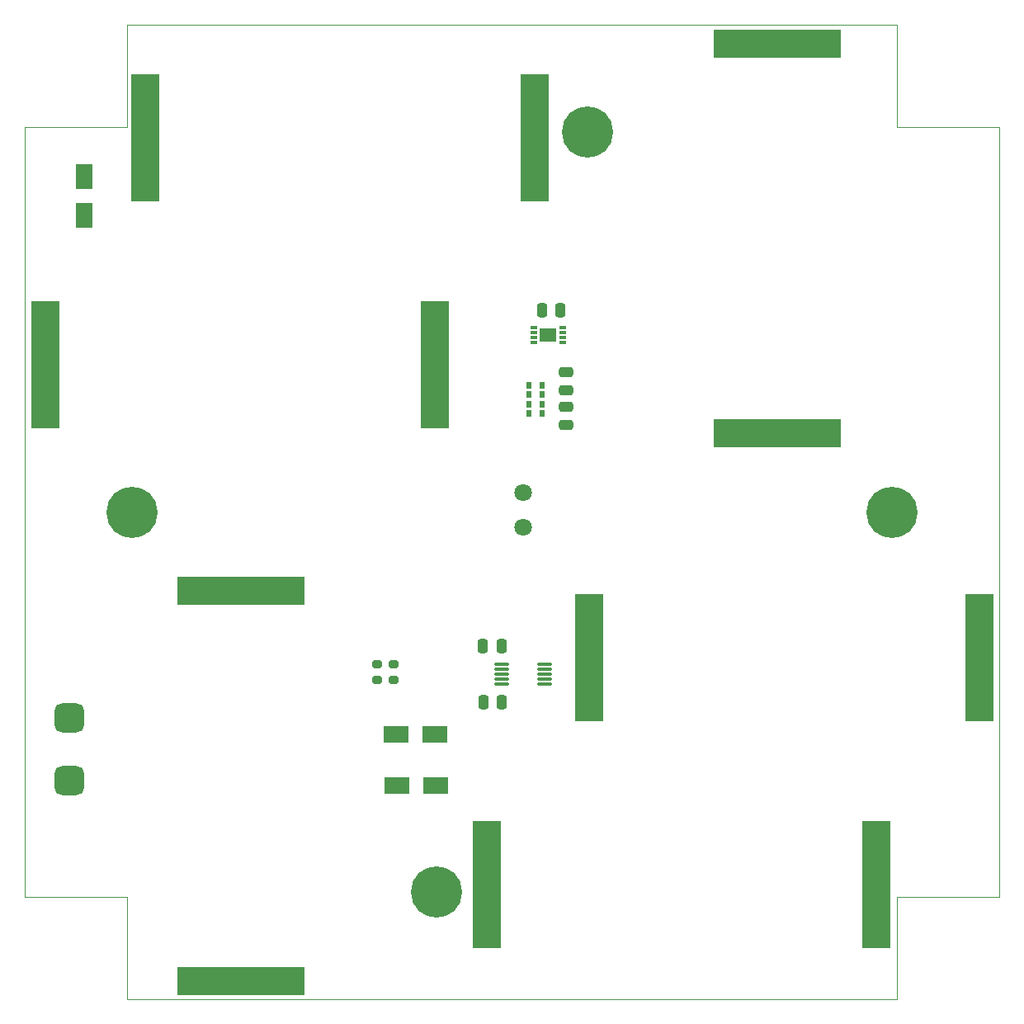
<source format=gbr>
%TF.GenerationSoftware,KiCad,Pcbnew,(6.0.9)*%
%TF.CreationDate,2023-01-30T21:02:38-08:00*%
%TF.ProjectId,solar-panel-side-Z,736f6c61-722d-4706-916e-656c2d736964,2.0*%
%TF.SameCoordinates,Original*%
%TF.FileFunction,Soldermask,Top*%
%TF.FilePolarity,Negative*%
%FSLAX46Y46*%
G04 Gerber Fmt 4.6, Leading zero omitted, Abs format (unit mm)*
G04 Created by KiCad (PCBNEW (6.0.9)) date 2023-01-30 21:02:38*
%MOMM*%
%LPD*%
G01*
G04 APERTURE LIST*
G04 Aperture macros list*
%AMRoundRect*
0 Rectangle with rounded corners*
0 $1 Rounding radius*
0 $2 $3 $4 $5 $6 $7 $8 $9 X,Y pos of 4 corners*
0 Add a 4 corners polygon primitive as box body*
4,1,4,$2,$3,$4,$5,$6,$7,$8,$9,$2,$3,0*
0 Add four circle primitives for the rounded corners*
1,1,$1+$1,$2,$3*
1,1,$1+$1,$4,$5*
1,1,$1+$1,$6,$7*
1,1,$1+$1,$8,$9*
0 Add four rect primitives between the rounded corners*
20,1,$1+$1,$2,$3,$4,$5,0*
20,1,$1+$1,$4,$5,$6,$7,0*
20,1,$1+$1,$6,$7,$8,$9,0*
20,1,$1+$1,$8,$9,$2,$3,0*%
G04 Aperture macros list end*
%TA.AperFunction,Profile*%
%ADD10C,0.050000*%
%TD*%
%ADD11C,5.250000*%
%ADD12R,2.500000X1.700000*%
%ADD13RoundRect,0.750000X-0.750000X-0.750000X0.750000X-0.750000X0.750000X0.750000X-0.750000X0.750000X0*%
%ADD14RoundRect,0.250000X0.250000X0.475000X-0.250000X0.475000X-0.250000X-0.475000X0.250000X-0.475000X0*%
%ADD15RoundRect,0.250000X0.475000X-0.250000X0.475000X0.250000X-0.475000X0.250000X-0.475000X-0.250000X0*%
%ADD16RoundRect,0.200000X0.275000X-0.200000X0.275000X0.200000X-0.275000X0.200000X-0.275000X-0.200000X0*%
%ADD17R,0.750000X0.300000*%
%ADD18R,1.750000X1.450000*%
%ADD19R,3.000000X13.000000*%
%ADD20R,13.000000X3.000000*%
%ADD21R,0.600000X0.720000*%
%ADD22RoundRect,0.075000X-0.650000X-0.075000X0.650000X-0.075000X0.650000X0.075000X-0.650000X0.075000X0*%
%ADD23R,1.700000X2.500000*%
%ADD24C,1.800000*%
G04 APERTURE END LIST*
D10*
X99500000Y-45500000D02*
X110000000Y-45500000D01*
X189000000Y-135000000D02*
X110000000Y-135000000D01*
X199500000Y-124500000D02*
X189000000Y-124500000D01*
X189000000Y-45500000D02*
X199500000Y-45500000D01*
X99500000Y-124500000D02*
X99500000Y-45500000D01*
X110000000Y-135000000D02*
X110000000Y-124500000D01*
X110000000Y-35000000D02*
X189000000Y-35000000D01*
X110000000Y-124500000D02*
X99500000Y-124500000D01*
X199500000Y-45500000D02*
X199500000Y-124500000D01*
X189000000Y-35000000D02*
X189000000Y-45500000D01*
X110000000Y-45500000D02*
X110000000Y-35000000D01*
X189000000Y-124500000D02*
X189000000Y-135000000D01*
D11*
%TO.C,J3*%
X110500000Y-85000000D03*
%TD*%
%TO.C,J4*%
X141750000Y-124000000D03*
%TD*%
%TO.C,J5*%
X157250000Y-46000000D03*
%TD*%
%TO.C,J6*%
X188500000Y-85000000D03*
%TD*%
D12*
%TO.C,D3*%
X141590000Y-107770000D03*
X137590000Y-107770000D03*
%TD*%
D13*
%TO.C,TP1*%
X104050000Y-106110000D03*
%TD*%
D14*
%TO.C,C5*%
X148430000Y-98750000D03*
X146530000Y-98750000D03*
%TD*%
D15*
%TO.C,C4*%
X155075000Y-72510000D03*
X155075000Y-70610000D03*
%TD*%
D16*
%TO.C,R7*%
X135630000Y-102230000D03*
X135630000Y-100580000D03*
%TD*%
D17*
%TO.C,U3*%
X151780000Y-66080000D03*
X151780000Y-66580000D03*
X151780000Y-67080000D03*
X151780000Y-67580000D03*
X154680000Y-67580000D03*
X154680000Y-67080000D03*
X154680000Y-66580000D03*
X154680000Y-66080000D03*
D18*
X153230000Y-66830000D03*
%TD*%
D19*
%TO.C,SC5*%
X146930000Y-123240000D03*
X186930000Y-123240000D03*
%TD*%
D13*
%TO.C,TP2*%
X104080000Y-112590000D03*
%TD*%
D20*
%TO.C,SC3*%
X121720000Y-133090000D03*
X121720000Y-93090000D03*
%TD*%
D21*
%TO.C,U1*%
X151240000Y-74905000D03*
X151240000Y-73935000D03*
X151240000Y-72965000D03*
X151240000Y-71995000D03*
X152640000Y-71995000D03*
X152640000Y-72965000D03*
X152640000Y-73935000D03*
X152640000Y-74905000D03*
%TD*%
D14*
%TO.C,C3*%
X148460000Y-104540000D03*
X146560000Y-104540000D03*
%TD*%
D22*
%TO.C,U2*%
X148440000Y-100610000D03*
X148440000Y-101110000D03*
X148440000Y-101610000D03*
X148440000Y-102110000D03*
X148440000Y-102610000D03*
X152840000Y-102610000D03*
X152840000Y-102110000D03*
X152840000Y-101610000D03*
X152840000Y-101110000D03*
X152840000Y-100610000D03*
%TD*%
D12*
%TO.C,D4*%
X137680000Y-113090000D03*
X141680000Y-113090000D03*
%TD*%
D14*
%TO.C,C2*%
X154500000Y-64285000D03*
X152600000Y-64285000D03*
%TD*%
D16*
%TO.C,R2*%
X137320000Y-102220000D03*
X137320000Y-100570000D03*
%TD*%
D19*
%TO.C,SC4*%
X101620000Y-69850000D03*
X141620000Y-69850000D03*
%TD*%
%TO.C,SC6*%
X197440000Y-99920000D03*
X157440000Y-99920000D03*
%TD*%
D15*
%TO.C,C1*%
X155075000Y-76070000D03*
X155075000Y-74170000D03*
%TD*%
D20*
%TO.C,SC2*%
X176760000Y-36940000D03*
X176760000Y-76940000D03*
%TD*%
D23*
%TO.C,D2*%
X105650000Y-54590000D03*
X105650000Y-50590000D03*
%TD*%
D19*
%TO.C,SC1*%
X111870000Y-46630000D03*
X151870000Y-46630000D03*
%TD*%
D24*
%TO.C,J2*%
X150689922Y-83020000D03*
X150689922Y-86520000D03*
%TD*%
M02*

</source>
